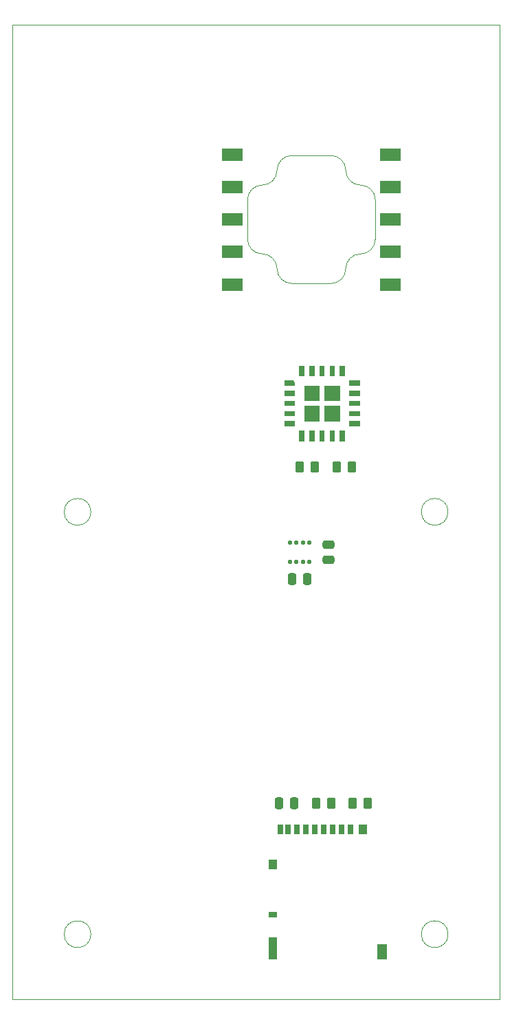
<source format=gbr>
%TF.GenerationSoftware,KiCad,Pcbnew,(6.0.11)*%
%TF.CreationDate,2023-06-04T21:12:16-05:00*%
%TF.ProjectId,Payload-Easy,5061796c-6f61-4642-9d45-6173792e6b69,1*%
%TF.SameCoordinates,Original*%
%TF.FileFunction,Paste,Top*%
%TF.FilePolarity,Positive*%
%FSLAX46Y46*%
G04 Gerber Fmt 4.6, Leading zero omitted, Abs format (unit mm)*
G04 Created by KiCad (PCBNEW (6.0.11)) date 2023-06-04 21:12:16*
%MOMM*%
%LPD*%
G01*
G04 APERTURE LIST*
G04 Aperture macros list*
%AMRoundRect*
0 Rectangle with rounded corners*
0 $1 Rounding radius*
0 $2 $3 $4 $5 $6 $7 $8 $9 X,Y pos of 4 corners*
0 Add a 4 corners polygon primitive as box body*
4,1,4,$2,$3,$4,$5,$6,$7,$8,$9,$2,$3,0*
0 Add four circle primitives for the rounded corners*
1,1,$1+$1,$2,$3*
1,1,$1+$1,$4,$5*
1,1,$1+$1,$6,$7*
1,1,$1+$1,$8,$9*
0 Add four rect primitives between the rounded corners*
20,1,$1+$1,$2,$3,$4,$5,0*
20,1,$1+$1,$4,$5,$6,$7,0*
20,1,$1+$1,$6,$7,$8,$9,0*
20,1,$1+$1,$8,$9,$2,$3,0*%
G04 Aperture macros list end*
%TA.AperFunction,Profile*%
%ADD10C,0.100000*%
%TD*%
%ADD11C,0.010000*%
%TA.AperFunction,Profile*%
%ADD12C,0.010000*%
%TD*%
%ADD13RoundRect,0.250000X0.475000X-0.250000X0.475000X0.250000X-0.475000X0.250000X-0.475000X-0.250000X0*%
%ADD14RoundRect,0.250000X-0.250000X-0.475000X0.250000X-0.475000X0.250000X0.475000X-0.250000X0.475000X0*%
%ADD15RoundRect,0.250000X0.262500X0.450000X-0.262500X0.450000X-0.262500X-0.450000X0.262500X-0.450000X0*%
%ADD16RoundRect,0.250000X-0.262500X-0.450000X0.262500X-0.450000X0.262500X0.450000X-0.262500X0.450000X0*%
%ADD17R,2.500000X1.500000*%
%ADD18R,0.700000X1.200000*%
%ADD19R,1.000000X0.800000*%
%ADD20R,1.000000X1.200000*%
%ADD21R,1.000000X2.800000*%
%ADD22R,1.300000X1.900000*%
%ADD23RoundRect,0.125000X-0.125000X-0.137500X0.125000X-0.137500X0.125000X0.137500X-0.125000X0.137500X0*%
G04 APERTURE END LIST*
D10*
X163650000Y-100000000D02*
G75*
G03*
X163650000Y-100000000I-1650000J0D01*
G01*
X163650000Y-152000000D02*
G75*
G03*
X163650000Y-152000000I-1650000J0D01*
G01*
X110000000Y-40000000D02*
X170000000Y-40000000D01*
X170000000Y-40000000D02*
X170000000Y-160000000D01*
X170000000Y-160000000D02*
X110000000Y-160000000D01*
X110000000Y-160000000D02*
X110000000Y-40000000D01*
X119650000Y-152000000D02*
G75*
G03*
X119650000Y-152000000I-1650000J0D01*
G01*
X119650000Y-100000000D02*
G75*
G03*
X119650000Y-100000000I-1650000J0D01*
G01*
%TO.C,U104*%
G36*
X145857000Y-83239000D02*
G01*
X145307000Y-83239000D01*
X145307000Y-81989000D01*
X145857000Y-81989000D01*
X145857000Y-83239000D01*
G37*
D11*
X145857000Y-83239000D02*
X145307000Y-83239000D01*
X145307000Y-81989000D01*
X145857000Y-81989000D01*
X145857000Y-83239000D01*
G36*
X147732000Y-86264000D02*
G01*
X145932000Y-86264000D01*
X145932000Y-84464000D01*
X147732000Y-84464000D01*
X147732000Y-86264000D01*
G37*
X147732000Y-86264000D02*
X145932000Y-86264000D01*
X145932000Y-84464000D01*
X147732000Y-84464000D01*
X147732000Y-86264000D01*
G36*
X144707000Y-86889000D02*
G01*
X143457000Y-86889000D01*
X143457000Y-86339000D01*
X144707000Y-86339000D01*
X144707000Y-86889000D01*
G37*
X144707000Y-86889000D02*
X143457000Y-86889000D01*
X143457000Y-86339000D01*
X144707000Y-86339000D01*
X144707000Y-86889000D01*
G36*
X152707000Y-89389000D02*
G01*
X151457000Y-89389000D01*
X151457000Y-88839000D01*
X152707000Y-88839000D01*
X152707000Y-89389000D01*
G37*
X152707000Y-89389000D02*
X151457000Y-89389000D01*
X151457000Y-88839000D01*
X152707000Y-88839000D01*
X152707000Y-89389000D01*
G36*
X152707000Y-88139000D02*
G01*
X151457000Y-88139000D01*
X151457000Y-87589000D01*
X152707000Y-87589000D01*
X152707000Y-88139000D01*
G37*
X152707000Y-88139000D02*
X151457000Y-88139000D01*
X151457000Y-87589000D01*
X152707000Y-87589000D01*
X152707000Y-88139000D01*
G36*
X150857000Y-83239000D02*
G01*
X150307000Y-83239000D01*
X150307000Y-81989000D01*
X150857000Y-81989000D01*
X150857000Y-83239000D01*
G37*
X150857000Y-83239000D02*
X150307000Y-83239000D01*
X150307000Y-81989000D01*
X150857000Y-81989000D01*
X150857000Y-83239000D01*
G36*
X149607000Y-83239000D02*
G01*
X149057000Y-83239000D01*
X149057000Y-81989000D01*
X149607000Y-81989000D01*
X149607000Y-83239000D01*
G37*
X149607000Y-83239000D02*
X149057000Y-83239000D01*
X149057000Y-81989000D01*
X149607000Y-81989000D01*
X149607000Y-83239000D01*
G36*
X148357000Y-91239000D02*
G01*
X147807000Y-91239000D01*
X147807000Y-89989000D01*
X148357000Y-89989000D01*
X148357000Y-91239000D01*
G37*
X148357000Y-91239000D02*
X147807000Y-91239000D01*
X147807000Y-89989000D01*
X148357000Y-89989000D01*
X148357000Y-91239000D01*
G36*
X150857000Y-91239000D02*
G01*
X150307000Y-91239000D01*
X150307000Y-89989000D01*
X150857000Y-89989000D01*
X150857000Y-91239000D01*
G37*
X150857000Y-91239000D02*
X150307000Y-91239000D01*
X150307000Y-89989000D01*
X150857000Y-89989000D01*
X150857000Y-91239000D01*
G36*
X145857000Y-91239000D02*
G01*
X145307000Y-91239000D01*
X145307000Y-89989000D01*
X145857000Y-89989000D01*
X145857000Y-91239000D01*
G37*
X145857000Y-91239000D02*
X145307000Y-91239000D01*
X145307000Y-89989000D01*
X145857000Y-89989000D01*
X145857000Y-91239000D01*
G36*
X152707000Y-84389000D02*
G01*
X151457000Y-84389000D01*
X151457000Y-83839000D01*
X152707000Y-83839000D01*
X152707000Y-84389000D01*
G37*
X152707000Y-84389000D02*
X151457000Y-84389000D01*
X151457000Y-83839000D01*
X152707000Y-83839000D01*
X152707000Y-84389000D01*
G36*
X152707000Y-86889000D02*
G01*
X151457000Y-86889000D01*
X151457000Y-86339000D01*
X152707000Y-86339000D01*
X152707000Y-86889000D01*
G37*
X152707000Y-86889000D02*
X151457000Y-86889000D01*
X151457000Y-86339000D01*
X152707000Y-86339000D01*
X152707000Y-86889000D01*
G36*
X150232000Y-86264000D02*
G01*
X148432000Y-86264000D01*
X148432000Y-84464000D01*
X150232000Y-84464000D01*
X150232000Y-86264000D01*
G37*
X150232000Y-86264000D02*
X148432000Y-86264000D01*
X148432000Y-84464000D01*
X150232000Y-84464000D01*
X150232000Y-86264000D01*
G36*
X147107000Y-91239000D02*
G01*
X146557000Y-91239000D01*
X146557000Y-89989000D01*
X147107000Y-89989000D01*
X147107000Y-91239000D01*
G37*
X147107000Y-91239000D02*
X146557000Y-91239000D01*
X146557000Y-89989000D01*
X147107000Y-89989000D01*
X147107000Y-91239000D01*
G36*
X144707000Y-84019000D02*
G01*
X144707000Y-84389000D01*
X143457000Y-84389000D01*
X143457000Y-83839000D01*
X144527000Y-83839000D01*
X144707000Y-84019000D01*
G37*
X144707000Y-84019000D02*
X144707000Y-84389000D01*
X143457000Y-84389000D01*
X143457000Y-83839000D01*
X144527000Y-83839000D01*
X144707000Y-84019000D01*
G36*
X147732000Y-88764000D02*
G01*
X145932000Y-88764000D01*
X145932000Y-86964000D01*
X147732000Y-86964000D01*
X147732000Y-88764000D01*
G37*
X147732000Y-88764000D02*
X145932000Y-88764000D01*
X145932000Y-86964000D01*
X147732000Y-86964000D01*
X147732000Y-88764000D01*
G36*
X147107000Y-83239000D02*
G01*
X146557000Y-83239000D01*
X146557000Y-81989000D01*
X147107000Y-81989000D01*
X147107000Y-83239000D01*
G37*
X147107000Y-83239000D02*
X146557000Y-83239000D01*
X146557000Y-81989000D01*
X147107000Y-81989000D01*
X147107000Y-83239000D01*
G36*
X150232000Y-88764000D02*
G01*
X148432000Y-88764000D01*
X148432000Y-86964000D01*
X150232000Y-86964000D01*
X150232000Y-88764000D01*
G37*
X150232000Y-88764000D02*
X148432000Y-88764000D01*
X148432000Y-86964000D01*
X150232000Y-86964000D01*
X150232000Y-88764000D01*
G36*
X152707000Y-85639000D02*
G01*
X151457000Y-85639000D01*
X151457000Y-85089000D01*
X152707000Y-85089000D01*
X152707000Y-85639000D01*
G37*
X152707000Y-85639000D02*
X151457000Y-85639000D01*
X151457000Y-85089000D01*
X152707000Y-85089000D01*
X152707000Y-85639000D01*
G36*
X144707000Y-88139000D02*
G01*
X143457000Y-88139000D01*
X143457000Y-87589000D01*
X144707000Y-87589000D01*
X144707000Y-88139000D01*
G37*
X144707000Y-88139000D02*
X143457000Y-88139000D01*
X143457000Y-87589000D01*
X144707000Y-87589000D01*
X144707000Y-88139000D01*
G36*
X149607000Y-91239000D02*
G01*
X149057000Y-91239000D01*
X149057000Y-89989000D01*
X149607000Y-89989000D01*
X149607000Y-91239000D01*
G37*
X149607000Y-91239000D02*
X149057000Y-91239000D01*
X149057000Y-89989000D01*
X149607000Y-89989000D01*
X149607000Y-91239000D01*
G36*
X148357000Y-83239000D02*
G01*
X147807000Y-83239000D01*
X147807000Y-81989000D01*
X148357000Y-81989000D01*
X148357000Y-83239000D01*
G37*
X148357000Y-83239000D02*
X147807000Y-83239000D01*
X147807000Y-81989000D01*
X148357000Y-81989000D01*
X148357000Y-83239000D01*
G36*
X144707000Y-89389000D02*
G01*
X143457000Y-89389000D01*
X143457000Y-88839000D01*
X144707000Y-88839000D01*
X144707000Y-89389000D01*
G37*
X144707000Y-89389000D02*
X143457000Y-89389000D01*
X143457000Y-88839000D01*
X144707000Y-88839000D01*
X144707000Y-89389000D01*
G36*
X144707000Y-85639000D02*
G01*
X143457000Y-85639000D01*
X143457000Y-85089000D01*
X144707000Y-85089000D01*
X144707000Y-85639000D01*
G37*
X144707000Y-85639000D02*
X143457000Y-85639000D01*
X143457000Y-85089000D01*
X144707000Y-85089000D01*
X144707000Y-85639000D01*
D12*
%TO.C,U103*%
X144397000Y-71883000D02*
X149227000Y-71883000D01*
X154687000Y-66423000D02*
X154687000Y-61593000D01*
X138937000Y-61593000D02*
X138937000Y-66423000D01*
X149227000Y-56133000D02*
X144397000Y-56133000D01*
X151047000Y-57953000D02*
G75*
G03*
X152867000Y-59773000I1820000J0D01*
G01*
X138937000Y-66423000D02*
G75*
G03*
X140757000Y-68243000I1820001J1D01*
G01*
X152867000Y-68243000D02*
G75*
G03*
X154687000Y-66423000I0J1820000D01*
G01*
X140757000Y-59773000D02*
G75*
G03*
X138937000Y-61593000I1J-1820001D01*
G01*
X149227000Y-71883000D02*
G75*
G03*
X151047000Y-70063000I0J1820000D01*
G01*
X140757000Y-59773000D02*
G75*
G03*
X142577000Y-57953000I-1J1820001D01*
G01*
X154687000Y-61593000D02*
G75*
G03*
X152867000Y-59773000I-1820000J0D01*
G01*
X142577000Y-70063000D02*
G75*
G03*
X144397000Y-71883000I1820001J1D01*
G01*
X151047000Y-57953000D02*
G75*
G03*
X149227000Y-56133000I-1820000J0D01*
G01*
X152867000Y-68243000D02*
G75*
G03*
X151047000Y-70063000I0J-1820000D01*
G01*
X144397000Y-56133000D02*
G75*
G03*
X142577000Y-57953000I1J-1820001D01*
G01*
X142577000Y-70063000D02*
G75*
G03*
X140757000Y-68243000I-1820001J-1D01*
G01*
%TD*%
D13*
%TO.C,C103*%
X148931000Y-105939000D03*
X148931000Y-104039000D03*
%TD*%
D14*
%TO.C,C102*%
X144425000Y-108291000D03*
X146325000Y-108291000D03*
%TD*%
D15*
%TO.C,R109*%
X147216500Y-94488000D03*
X145391500Y-94488000D03*
%TD*%
D16*
%TO.C,R103*%
X151892000Y-135890000D03*
X153717000Y-135890000D03*
%TD*%
D17*
%TO.C,U103*%
X137062000Y-72008000D03*
X137062000Y-68008000D03*
X137062000Y-64008000D03*
X137062000Y-60008000D03*
X137062000Y-56008000D03*
X156562000Y-56008000D03*
X156562000Y-60008000D03*
X156562000Y-64008000D03*
X156562000Y-68008000D03*
X156562000Y-72008000D03*
%TD*%
D16*
%TO.C,R101*%
X147423500Y-135890000D03*
X149248500Y-135890000D03*
%TD*%
D14*
%TO.C,C101*%
X142814000Y-135890000D03*
X144714000Y-135890000D03*
%TD*%
D18*
%TO.C,J101*%
X151619000Y-139087000D03*
X150519000Y-139087000D03*
X149419000Y-139087000D03*
X148319000Y-139087000D03*
X147219000Y-139087000D03*
X146119000Y-139087000D03*
X145019000Y-139087000D03*
X143919000Y-139087000D03*
X142969000Y-139087000D03*
D19*
X142019000Y-149587000D03*
D20*
X153169000Y-139087000D03*
D21*
X142019000Y-153737000D03*
D22*
X155519000Y-154187000D03*
D20*
X142019000Y-143387000D03*
%TD*%
D15*
%TO.C,R110*%
X151788500Y-94488000D03*
X149963500Y-94488000D03*
%TD*%
D23*
%TO.C,U101*%
X144175000Y-103801500D03*
X144975000Y-103801500D03*
X145775000Y-103801500D03*
X146575000Y-103801500D03*
X146575000Y-106176500D03*
X145775000Y-106176500D03*
X144975000Y-106176500D03*
X144175000Y-106176500D03*
%TD*%
M02*

</source>
